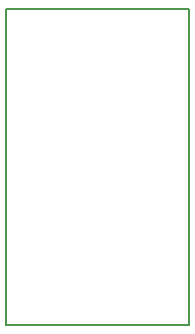
<source format=gko>
G04 #@! TF.GenerationSoftware,KiCad,Pcbnew,(5.0.0)*
G04 #@! TF.CreationDate,2018-09-18T20:25:08+02:00*
G04 #@! TF.ProjectId,pcb_relay_main,7063625F72656C61795F6D61696E2E6B,rev?*
G04 #@! TF.SameCoordinates,PXeb14aa0PY7f13bd0*
G04 #@! TF.FileFunction,Profile,NP*
%FSLAX46Y46*%
G04 Gerber Fmt 4.6, Leading zero omitted, Abs format (unit mm)*
G04 Created by KiCad (PCBNEW (5.0.0)) date 09/18/18 20:25:08*
%MOMM*%
%LPD*%
G01*
G04 APERTURE LIST*
%ADD10C,0.200000*%
G04 APERTURE END LIST*
D10*
X0Y0D02*
X0Y-26750000D01*
X15500000Y0D02*
X0Y0D01*
X15500000Y-26750000D02*
X15500000Y0D01*
X0Y-26750000D02*
X15500000Y-26750000D01*
M02*

</source>
